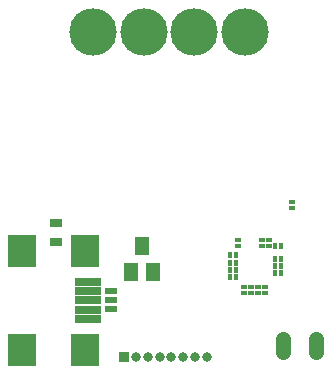
<source format=gbs>
G75*
G70*
%OFA0B0*%
%FSLAX24Y24*%
%IPPOS*%
%LPD*%
%AMOC8*
5,1,8,0,0,1.08239X$1,22.5*
%
%ADD10R,0.0218X0.0178*%
%ADD11R,0.0178X0.0218*%
%ADD12R,0.0395X0.0316*%
%ADD13R,0.0190X0.0249*%
%ADD14C,0.0328*%
%ADD15R,0.0328X0.0328*%
%ADD16C,0.0500*%
%ADD17R,0.0946X0.1064*%
%ADD18R,0.0867X0.0277*%
%ADD19R,0.0474X0.0631*%
%ADD20C,0.1580*%
D10*
X008531Y004924D03*
X008531Y005121D03*
X009311Y005121D03*
X009311Y004924D03*
X009551Y004924D03*
X009551Y005121D03*
X010331Y006184D03*
X010331Y006381D03*
X009431Y003561D03*
X009431Y003364D03*
X009191Y003364D03*
X009191Y003561D03*
X008949Y003561D03*
X008949Y003365D03*
X008711Y003364D03*
X008711Y003561D03*
D11*
X008449Y003882D03*
X008252Y003882D03*
X008252Y004122D03*
X008449Y004122D03*
X008449Y004362D03*
X008252Y004362D03*
X008252Y004602D03*
X008449Y004602D03*
X009752Y004482D03*
X009949Y004482D03*
X009949Y004242D03*
X009752Y004242D03*
X009752Y004002D03*
X009949Y004002D03*
X009949Y004902D03*
X009752Y004902D03*
D12*
X002440Y005065D03*
X002440Y005695D03*
D13*
X004200Y003400D03*
X004401Y003400D03*
X004401Y003100D03*
X004200Y003100D03*
X004200Y002800D03*
X004401Y002800D03*
D14*
X005116Y001210D03*
X005510Y001210D03*
X005904Y001210D03*
X006297Y001210D03*
X006691Y001210D03*
X007085Y001210D03*
X007478Y001210D03*
D15*
X004722Y001210D03*
D16*
X010010Y001390D02*
X010010Y001810D01*
X011110Y001810D02*
X011110Y001390D01*
D17*
X001321Y001446D03*
X003408Y001446D03*
X003408Y004754D03*
X001321Y004754D03*
D18*
X003506Y003730D03*
X003506Y003415D03*
X003506Y003100D03*
X003506Y002785D03*
X003506Y002470D03*
D19*
X004946Y004047D03*
X005694Y004047D03*
X005320Y004913D03*
D20*
X005380Y012040D03*
X007060Y012040D03*
X008740Y012040D03*
X003700Y012040D03*
M02*

</source>
